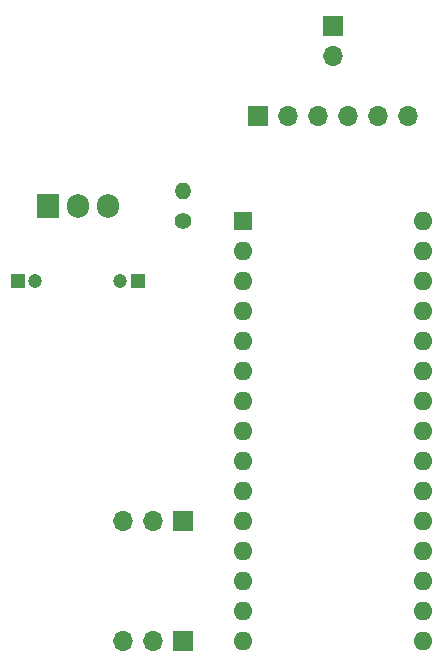
<source format=gbr>
%TF.GenerationSoftware,KiCad,Pcbnew,5.1.9*%
%TF.CreationDate,2021-05-04T18:35:03+02:00*%
%TF.ProjectId,mmms_sorter_schema,6d6d6d73-5f73-46f7-9274-65725f736368,rev?*%
%TF.SameCoordinates,Original*%
%TF.FileFunction,Copper,L2,Bot*%
%TF.FilePolarity,Positive*%
%FSLAX46Y46*%
G04 Gerber Fmt 4.6, Leading zero omitted, Abs format (unit mm)*
G04 Created by KiCad (PCBNEW 5.1.9) date 2021-05-04 18:35:03*
%MOMM*%
%LPD*%
G01*
G04 APERTURE LIST*
%TA.AperFunction,ComponentPad*%
%ADD10O,1.700000X1.700000*%
%TD*%
%TA.AperFunction,ComponentPad*%
%ADD11R,1.700000X1.700000*%
%TD*%
%TA.AperFunction,ComponentPad*%
%ADD12O,1.905000X2.000000*%
%TD*%
%TA.AperFunction,ComponentPad*%
%ADD13R,1.905000X2.000000*%
%TD*%
%TA.AperFunction,ComponentPad*%
%ADD14O,1.400000X1.400000*%
%TD*%
%TA.AperFunction,ComponentPad*%
%ADD15C,1.400000*%
%TD*%
%TA.AperFunction,ComponentPad*%
%ADD16C,1.200000*%
%TD*%
%TA.AperFunction,ComponentPad*%
%ADD17R,1.200000X1.200000*%
%TD*%
%TA.AperFunction,ComponentPad*%
%ADD18O,1.600000X1.600000*%
%TD*%
%TA.AperFunction,ComponentPad*%
%ADD19R,1.600000X1.600000*%
%TD*%
G04 APERTURE END LIST*
D10*
%TO.P,U2,6*%
%TO.N,Net-(U2-Pad6)*%
X148590000Y-78740000D03*
%TO.P,U2,5*%
%TO.N,SCL*%
X146050000Y-78740000D03*
%TO.P,U2,4*%
%TO.N,SDA*%
X143510000Y-78740000D03*
%TO.P,U2,3*%
%TO.N,Net-(U2-Pad3)*%
X140970000Y-78740000D03*
%TO.P,U2,2*%
%TO.N,3v3*%
X138430000Y-78740000D03*
D11*
%TO.P,U2,1*%
%TO.N,GND*%
X135890000Y-78740000D03*
%TD*%
D12*
%TO.P,U1,3*%
%TO.N,5V*%
X123190000Y-86360000D03*
%TO.P,U1,2*%
%TO.N,GND*%
X120650000Y-86360000D03*
D13*
%TO.P,U1,1*%
%TO.N,External5V*%
X118110000Y-86360000D03*
%TD*%
D14*
%TO.P,R1,2*%
%TO.N,Net-(D1-Pad2)*%
X129540000Y-85090000D03*
D15*
%TO.P,R1,1*%
%TO.N,Net-(A1-Pad10)*%
X129540000Y-87630000D03*
%TD*%
D10*
%TO.P,M2,3*%
%TO.N,GND*%
X124460000Y-113030000D03*
%TO.P,M2,2*%
%TO.N,5V*%
X127000000Y-113030000D03*
D11*
%TO.P,M2,1*%
%TO.N,Net-(A1-Pad9)*%
X129540000Y-113030000D03*
%TD*%
D10*
%TO.P,M1,3*%
%TO.N,GND*%
X124460000Y-123190000D03*
%TO.P,M1,2*%
%TO.N,5V*%
X127000000Y-123190000D03*
D11*
%TO.P,M1,1*%
%TO.N,Net-(A1-Pad8)*%
X129540000Y-123190000D03*
%TD*%
D10*
%TO.P,D1,2*%
%TO.N,Net-(D1-Pad2)*%
X142240000Y-73660000D03*
D11*
%TO.P,D1,1*%
%TO.N,GND*%
X142240000Y-71120000D03*
%TD*%
D16*
%TO.P,C2,2*%
%TO.N,GND*%
X124230000Y-92710000D03*
D17*
%TO.P,C2,1*%
%TO.N,5V*%
X125730000Y-92710000D03*
%TD*%
D16*
%TO.P,C1,2*%
%TO.N,GND*%
X117070000Y-92710000D03*
D17*
%TO.P,C1,1*%
%TO.N,External5V*%
X115570000Y-92710000D03*
%TD*%
D18*
%TO.P,A1,16*%
%TO.N,Net-(A1-Pad16)*%
X149860000Y-123190000D03*
%TO.P,A1,15*%
%TO.N,Net-(A1-Pad15)*%
X134620000Y-123190000D03*
%TO.P,A1,30*%
%TO.N,5V*%
X149860000Y-87630000D03*
%TO.P,A1,14*%
%TO.N,Net-(A1-Pad14)*%
X134620000Y-120650000D03*
%TO.P,A1,29*%
%TO.N,GND*%
X149860000Y-90170000D03*
%TO.P,A1,13*%
%TO.N,Net-(A1-Pad13)*%
X134620000Y-118110000D03*
%TO.P,A1,28*%
%TO.N,Net-(A1-Pad28)*%
X149860000Y-92710000D03*
%TO.P,A1,12*%
%TO.N,Net-(A1-Pad12)*%
X134620000Y-115570000D03*
%TO.P,A1,27*%
%TO.N,Net-(A1-Pad27)*%
X149860000Y-95250000D03*
%TO.P,A1,11*%
%TO.N,Net-(A1-Pad11)*%
X134620000Y-113030000D03*
%TO.P,A1,26*%
%TO.N,Net-(A1-Pad26)*%
X149860000Y-97790000D03*
%TO.P,A1,10*%
%TO.N,Net-(A1-Pad10)*%
X134620000Y-110490000D03*
%TO.P,A1,25*%
%TO.N,Net-(A1-Pad25)*%
X149860000Y-100330000D03*
%TO.P,A1,9*%
%TO.N,Net-(A1-Pad9)*%
X134620000Y-107950000D03*
%TO.P,A1,24*%
%TO.N,SCL*%
X149860000Y-102870000D03*
%TO.P,A1,8*%
%TO.N,Net-(A1-Pad8)*%
X134620000Y-105410000D03*
%TO.P,A1,23*%
%TO.N,SDA*%
X149860000Y-105410000D03*
%TO.P,A1,7*%
%TO.N,Net-(A1-Pad7)*%
X134620000Y-102870000D03*
%TO.P,A1,22*%
%TO.N,Net-(A1-Pad22)*%
X149860000Y-107950000D03*
%TO.P,A1,6*%
%TO.N,Net-(A1-Pad6)*%
X134620000Y-100330000D03*
%TO.P,A1,21*%
%TO.N,Net-(A1-Pad21)*%
X149860000Y-110490000D03*
%TO.P,A1,5*%
%TO.N,Net-(A1-Pad5)*%
X134620000Y-97790000D03*
%TO.P,A1,20*%
%TO.N,Net-(A1-Pad20)*%
X149860000Y-113030000D03*
%TO.P,A1,4*%
%TO.N,Net-(A1-Pad4)*%
X134620000Y-95250000D03*
%TO.P,A1,19*%
%TO.N,Net-(A1-Pad19)*%
X149860000Y-115570000D03*
%TO.P,A1,3*%
%TO.N,Net-(A1-Pad3)*%
X134620000Y-92710000D03*
%TO.P,A1,18*%
%TO.N,Net-(A1-Pad18)*%
X149860000Y-118110000D03*
%TO.P,A1,2*%
%TO.N,Net-(A1-Pad2)*%
X134620000Y-90170000D03*
%TO.P,A1,17*%
%TO.N,3v3*%
X149860000Y-120650000D03*
D19*
%TO.P,A1,1*%
%TO.N,Net-(A1-Pad1)*%
X134620000Y-87630000D03*
%TD*%
M02*

</source>
